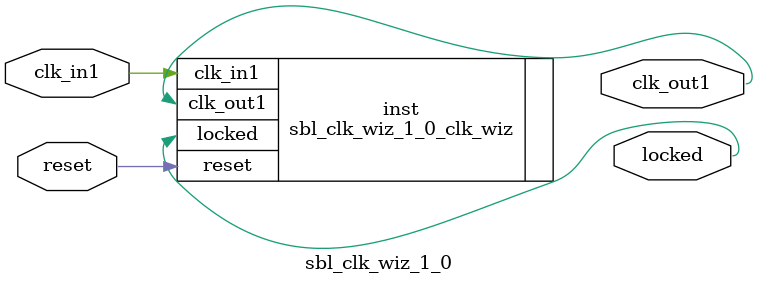
<source format=v>


`timescale 1ps/1ps

(* CORE_GENERATION_INFO = "sbl_clk_wiz_1_0,clk_wiz_v6_0_2_0_0,{component_name=sbl_clk_wiz_1_0,use_phase_alignment=true,use_min_o_jitter=false,use_max_i_jitter=false,use_dyn_phase_shift=false,use_inclk_switchover=false,use_dyn_reconfig=false,enable_axi=0,feedback_source=FDBK_AUTO,PRIMITIVE=MMCM,num_out_clk=1,clkin1_period=10.000,clkin2_period=10.000,use_power_down=false,use_reset=true,use_locked=true,use_inclk_stopped=false,feedback_type=SINGLE,CLOCK_MGR_TYPE=NA,manual_override=false}" *)

module sbl_clk_wiz_1_0 
 (
  // Clock out ports
  output        clk_out1,
  // Status and control signals
  input         reset,
  output        locked,
 // Clock in ports
  input         clk_in1
 );

  sbl_clk_wiz_1_0_clk_wiz inst
  (
  // Clock out ports  
  .clk_out1(clk_out1),
  // Status and control signals               
  .reset(reset), 
  .locked(locked),
 // Clock in ports
  .clk_in1(clk_in1)
  );

endmodule

</source>
